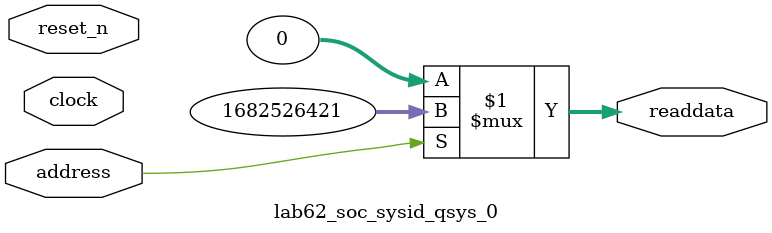
<source format=v>



// synthesis translate_off
`timescale 1ns / 1ps
// synthesis translate_on

// turn off superfluous verilog processor warnings 
// altera message_level Level1 
// altera message_off 10034 10035 10036 10037 10230 10240 10030 

module lab62_soc_sysid_qsys_0 (
               // inputs:
                address,
                clock,
                reset_n,

               // outputs:
                readdata
             )
;

  output  [ 31: 0] readdata;
  input            address;
  input            clock;
  input            reset_n;

  wire    [ 31: 0] readdata;
  //control_slave, which is an e_avalon_slave
  assign readdata = address ? 1682526421 : 0;

endmodule



</source>
